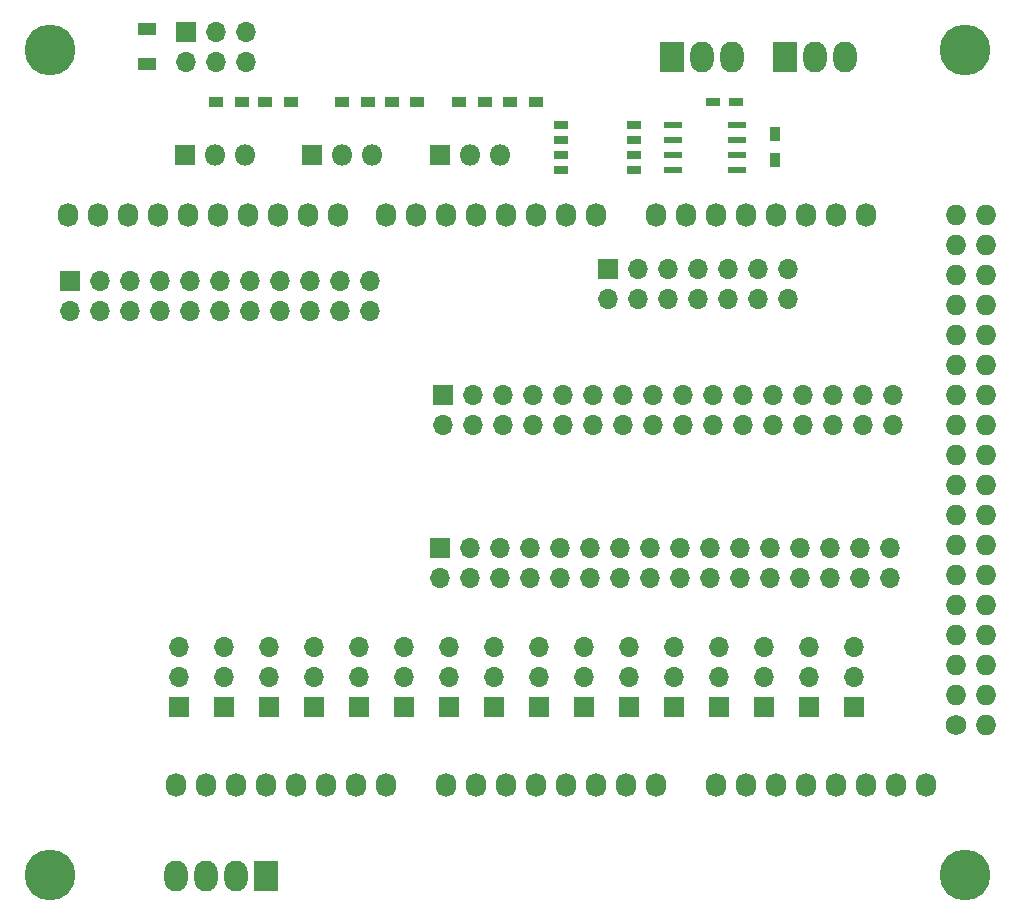
<source format=gts>
G04 #@! TF.FileFunction,Soldermask,Top*
%FSLAX46Y46*%
G04 Gerber Fmt 4.6, Leading zero omitted, Abs format (unit mm)*
G04 Created by KiCad (PCBNEW 4.0.7) date 02/19/18 15:41:52*
%MOMM*%
%LPD*%
G01*
G04 APERTURE LIST*
%ADD10C,0.100000*%
%ADD11R,2.000000X2.600000*%
%ADD12O,2.000000X2.600000*%
%ADD13R,1.200000X0.750000*%
%ADD14R,1.600000X1.000000*%
%ADD15R,1.700000X1.700000*%
%ADD16O,1.700000X1.700000*%
%ADD17C,4.300000*%
%ADD18R,1.550000X0.600000*%
%ADD19R,1.800000X1.800000*%
%ADD20O,1.800000X1.800000*%
%ADD21C,1.727200*%
%ADD22O,1.727200X1.727200*%
%ADD23O,1.727200X2.032000*%
%ADD24R,0.900000X1.200000*%
%ADD25R,1.200000X0.900000*%
%ADD26R,1.250000X0.760000*%
G04 APERTURE END LIST*
D10*
D11*
X136398000Y-126873000D03*
D12*
X133858000Y-126873000D03*
X131318000Y-126873000D03*
X128778000Y-126873000D03*
D13*
X176200000Y-61306000D03*
X174300000Y-61306000D03*
D14*
X126365000Y-55118000D03*
X126365000Y-58118000D03*
D15*
X129667000Y-55372000D03*
D16*
X129667000Y-57912000D03*
X132207000Y-55372000D03*
X132207000Y-57912000D03*
X134747000Y-55372000D03*
X134747000Y-57912000D03*
D17*
X118110000Y-126746000D03*
D18*
X170900000Y-63306000D03*
X170900000Y-64576000D03*
X170900000Y-65846000D03*
X170900000Y-67116000D03*
X176300000Y-67116000D03*
X176300000Y-65846000D03*
X176300000Y-64576000D03*
X176300000Y-63306000D03*
D19*
X140335000Y-65786000D03*
D20*
X142875000Y-65786000D03*
X145415000Y-65786000D03*
D21*
X194818000Y-114046000D03*
D22*
X197358000Y-114046000D03*
X194818000Y-111506000D03*
X197358000Y-111506000D03*
X194818000Y-108966000D03*
X197358000Y-108966000D03*
X194818000Y-106426000D03*
X197358000Y-106426000D03*
X194818000Y-103886000D03*
X197358000Y-103886000D03*
X194818000Y-101346000D03*
X197358000Y-101346000D03*
X194818000Y-98806000D03*
X197358000Y-98806000D03*
X194818000Y-96266000D03*
X197358000Y-96266000D03*
X194818000Y-93726000D03*
X197358000Y-93726000D03*
X194818000Y-91186000D03*
X197358000Y-91186000D03*
X194818000Y-88646000D03*
X197358000Y-88646000D03*
X194818000Y-86106000D03*
X197358000Y-86106000D03*
X194818000Y-83566000D03*
X197358000Y-83566000D03*
X194818000Y-81026000D03*
X197358000Y-81026000D03*
X194818000Y-78486000D03*
X197358000Y-78486000D03*
X194818000Y-75946000D03*
X197358000Y-75946000D03*
X194818000Y-73406000D03*
X197358000Y-73406000D03*
X194818000Y-70866000D03*
X197358000Y-70866000D03*
D23*
X128778000Y-119126000D03*
X131318000Y-119126000D03*
X133858000Y-119126000D03*
X136398000Y-119126000D03*
X138938000Y-119126000D03*
X141478000Y-119126000D03*
X144018000Y-119126000D03*
X146558000Y-119126000D03*
X151638000Y-119126000D03*
X154178000Y-119126000D03*
X156718000Y-119126000D03*
X159258000Y-119126000D03*
X161798000Y-119126000D03*
X164338000Y-119126000D03*
X166878000Y-119126000D03*
X169418000Y-119126000D03*
X174498000Y-119126000D03*
X177038000Y-119126000D03*
X179578000Y-119126000D03*
X182118000Y-119126000D03*
X184658000Y-119126000D03*
X187198000Y-119126000D03*
X189738000Y-119126000D03*
X192278000Y-119126000D03*
X119634000Y-70866000D03*
X122174000Y-70866000D03*
X124714000Y-70866000D03*
X127254000Y-70866000D03*
X129794000Y-70866000D03*
X132334000Y-70866000D03*
X134874000Y-70866000D03*
X137414000Y-70866000D03*
X139954000Y-70866000D03*
X142494000Y-70866000D03*
X146558000Y-70866000D03*
X149098000Y-70866000D03*
X151638000Y-70866000D03*
X154178000Y-70866000D03*
X156718000Y-70866000D03*
X159258000Y-70866000D03*
X161798000Y-70866000D03*
X164338000Y-70866000D03*
X169418000Y-70866000D03*
X171958000Y-70866000D03*
X174498000Y-70866000D03*
X177038000Y-70866000D03*
X179578000Y-70866000D03*
X182118000Y-70866000D03*
X184658000Y-70866000D03*
X187198000Y-70866000D03*
D24*
X179550000Y-64056000D03*
X179550000Y-66256000D03*
D11*
X170815000Y-57531000D03*
D12*
X173355000Y-57531000D03*
X175895000Y-57531000D03*
D11*
X180340000Y-57531000D03*
D12*
X182880000Y-57531000D03*
X185420000Y-57531000D03*
D17*
X195580000Y-126746000D03*
X118110000Y-56896000D03*
X195580000Y-56896000D03*
D19*
X129540000Y-65786000D03*
D20*
X132080000Y-65786000D03*
X134620000Y-65786000D03*
D19*
X151130000Y-65786000D03*
D20*
X153670000Y-65786000D03*
X156210000Y-65786000D03*
D25*
X134391145Y-61333317D03*
X132191145Y-61333317D03*
X138500000Y-61333317D03*
X136300000Y-61333317D03*
X145058405Y-61287157D03*
X142858405Y-61287157D03*
X149250000Y-61306000D03*
X147050000Y-61306000D03*
X155000000Y-61306000D03*
X152800000Y-61306000D03*
X159250000Y-61306000D03*
X157050000Y-61306000D03*
D26*
X167540000Y-67056000D03*
X161390000Y-63246000D03*
X167540000Y-65786000D03*
X161390000Y-64516000D03*
X167540000Y-64516000D03*
X161390000Y-65786000D03*
X167540000Y-63246000D03*
X161390000Y-67056000D03*
D15*
X119840000Y-76470000D03*
D16*
X119840000Y-79010000D03*
X122380000Y-76470000D03*
X122380000Y-79010000D03*
X124920000Y-76470000D03*
X124920000Y-79010000D03*
X127460000Y-76470000D03*
X127460000Y-79010000D03*
X130000000Y-76470000D03*
X130000000Y-79010000D03*
X132540000Y-76470000D03*
X132540000Y-79010000D03*
X135080000Y-76470000D03*
X135080000Y-79010000D03*
X137620000Y-76470000D03*
X137620000Y-79010000D03*
X140160000Y-76470000D03*
X140160000Y-79010000D03*
X142700000Y-76470000D03*
X142700000Y-79010000D03*
X145240000Y-76470000D03*
X145240000Y-79010000D03*
D15*
X151384000Y-86106000D03*
D16*
X151384000Y-88646000D03*
X153924000Y-86106000D03*
X153924000Y-88646000D03*
X156464000Y-86106000D03*
X156464000Y-88646000D03*
X159004000Y-86106000D03*
X159004000Y-88646000D03*
X161544000Y-86106000D03*
X161544000Y-88646000D03*
X164084000Y-86106000D03*
X164084000Y-88646000D03*
X166624000Y-86106000D03*
X166624000Y-88646000D03*
X169164000Y-86106000D03*
X169164000Y-88646000D03*
X171704000Y-86106000D03*
X171704000Y-88646000D03*
X174244000Y-86106000D03*
X174244000Y-88646000D03*
X176784000Y-86106000D03*
X176784000Y-88646000D03*
X179324000Y-86106000D03*
X179324000Y-88646000D03*
X181864000Y-86106000D03*
X181864000Y-88646000D03*
X184404000Y-86106000D03*
X184404000Y-88646000D03*
X186944000Y-86106000D03*
X186944000Y-88646000D03*
X189484000Y-86106000D03*
X189484000Y-88646000D03*
D15*
X151130000Y-99060000D03*
D16*
X151130000Y-101600000D03*
X153670000Y-99060000D03*
X153670000Y-101600000D03*
X156210000Y-99060000D03*
X156210000Y-101600000D03*
X158750000Y-99060000D03*
X158750000Y-101600000D03*
X161290000Y-99060000D03*
X161290000Y-101600000D03*
X163830000Y-99060000D03*
X163830000Y-101600000D03*
X166370000Y-99060000D03*
X166370000Y-101600000D03*
X168910000Y-99060000D03*
X168910000Y-101600000D03*
X171450000Y-99060000D03*
X171450000Y-101600000D03*
X173990000Y-99060000D03*
X173990000Y-101600000D03*
X176530000Y-99060000D03*
X176530000Y-101600000D03*
X179070000Y-99060000D03*
X179070000Y-101600000D03*
X181610000Y-99060000D03*
X181610000Y-101600000D03*
X184150000Y-99060000D03*
X184150000Y-101600000D03*
X186690000Y-99060000D03*
X186690000Y-101600000D03*
X189230000Y-99060000D03*
X189230000Y-101600000D03*
D15*
X129032000Y-112522000D03*
D16*
X129032000Y-109982000D03*
X129032000Y-107442000D03*
D15*
X132842000Y-112522000D03*
D16*
X132842000Y-109982000D03*
X132842000Y-107442000D03*
D15*
X136652000Y-112522000D03*
D16*
X136652000Y-109982000D03*
X136652000Y-107442000D03*
D15*
X140462000Y-112522000D03*
D16*
X140462000Y-109982000D03*
X140462000Y-107442000D03*
D15*
X144272000Y-112522000D03*
D16*
X144272000Y-109982000D03*
X144272000Y-107442000D03*
D15*
X148082000Y-112522000D03*
D16*
X148082000Y-109982000D03*
X148082000Y-107442000D03*
D15*
X151892000Y-112522000D03*
D16*
X151892000Y-109982000D03*
X151892000Y-107442000D03*
D15*
X155702000Y-112522000D03*
D16*
X155702000Y-109982000D03*
X155702000Y-107442000D03*
D15*
X159512000Y-112522000D03*
D16*
X159512000Y-109982000D03*
X159512000Y-107442000D03*
D15*
X163322000Y-112522000D03*
D16*
X163322000Y-109982000D03*
X163322000Y-107442000D03*
D15*
X167132000Y-112522000D03*
D16*
X167132000Y-109982000D03*
X167132000Y-107442000D03*
D15*
X170942000Y-112522000D03*
D16*
X170942000Y-109982000D03*
X170942000Y-107442000D03*
D15*
X174752000Y-112522000D03*
D16*
X174752000Y-109982000D03*
X174752000Y-107442000D03*
D15*
X178562000Y-112522000D03*
D16*
X178562000Y-109982000D03*
X178562000Y-107442000D03*
D15*
X182372000Y-112522000D03*
D16*
X182372000Y-109982000D03*
X182372000Y-107442000D03*
D15*
X186182000Y-112522000D03*
D16*
X186182000Y-109982000D03*
X186182000Y-107442000D03*
D15*
X165354000Y-75438000D03*
D16*
X165354000Y-77978000D03*
X167894000Y-75438000D03*
X167894000Y-77978000D03*
X170434000Y-75438000D03*
X170434000Y-77978000D03*
X172974000Y-75438000D03*
X172974000Y-77978000D03*
X175514000Y-75438000D03*
X175514000Y-77978000D03*
X178054000Y-75438000D03*
X178054000Y-77978000D03*
X180594000Y-75438000D03*
X180594000Y-77978000D03*
M02*

</source>
